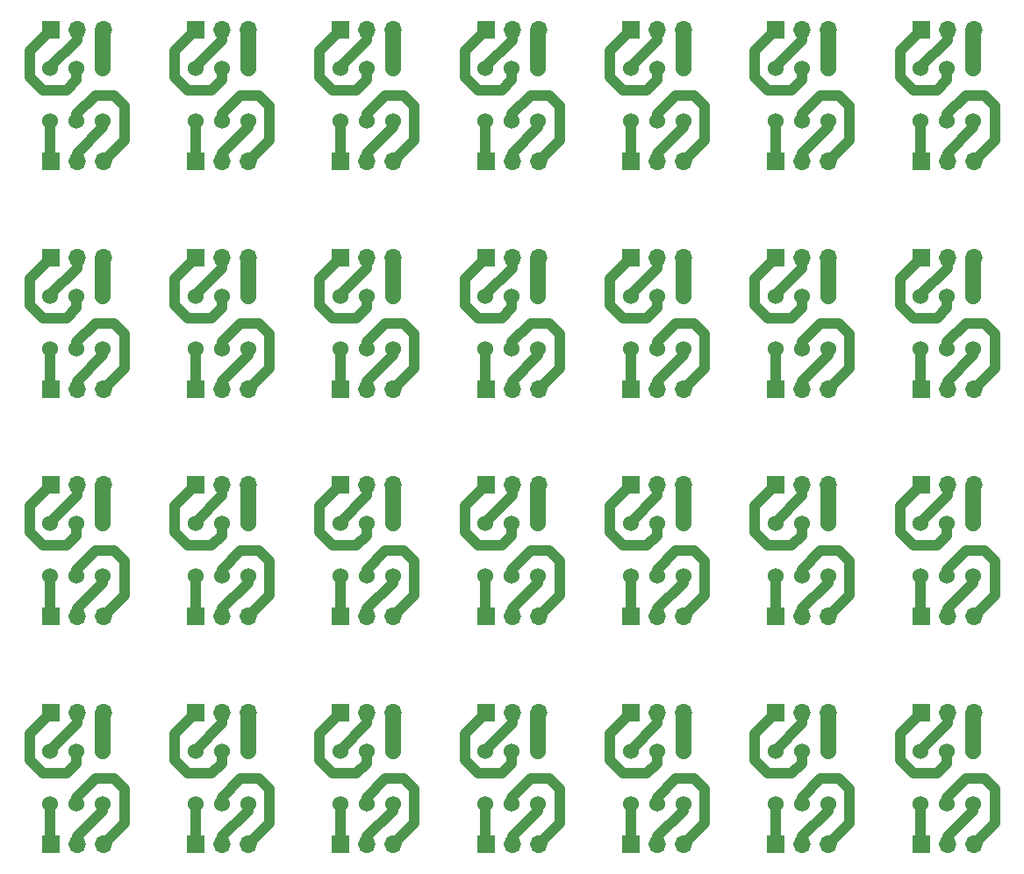
<source format=gbr>
%TF.GenerationSoftware,KiCad,Pcbnew,(6.0.0-0)*%
%TF.CreationDate,2022-11-23T09:42:25-05:00*%
%TF.ProjectId,Breakout_DPDT,42726561-6b6f-4757-945f-445044542e6b,rev?*%
%TF.SameCoordinates,Original*%
%TF.FileFunction,Copper,L1,Top*%
%TF.FilePolarity,Positive*%
%FSLAX46Y46*%
G04 Gerber Fmt 4.6, Leading zero omitted, Abs format (unit mm)*
G04 Created by KiCad (PCBNEW (6.0.0-0)) date 2022-11-23 09:42:25*
%MOMM*%
%LPD*%
G01*
G04 APERTURE LIST*
%TA.AperFunction,ComponentPad*%
%ADD10R,1.700000X1.700000*%
%TD*%
%TA.AperFunction,ComponentPad*%
%ADD11O,1.700000X1.700000*%
%TD*%
%TA.AperFunction,ComponentPad*%
%ADD12C,1.524000*%
%TD*%
%TA.AperFunction,Conductor*%
%ADD13C,1.000000*%
%TD*%
%TA.AperFunction,Conductor*%
%ADD14C,1.500000*%
%TD*%
G04 APERTURE END LIST*
D10*
%TO.P,J2,1,Pin_1*%
%TO.N,Net-(J2-Pad1)*%
X137460000Y-59428000D03*
D11*
%TO.P,J2,2,Pin_2*%
%TO.N,Net-(J2-Pad2)*%
X140000000Y-59428000D03*
%TO.P,J2,3,Pin_3*%
%TO.N,Net-(J2-Pad3)*%
X142540000Y-59428000D03*
%TD*%
D10*
%TO.P,J1,1,Pin_1*%
%TO.N,Net-(J1-Pad1)*%
X137460000Y-112728000D03*
D11*
%TO.P,J1,2,Pin_2*%
%TO.N,Net-(J1-Pad2)*%
X140000000Y-112728000D03*
%TO.P,J1,3,Pin_3*%
%TO.N,Net-(J1-Pad3)*%
X142540000Y-112728000D03*
%TD*%
D12*
%TO.P,SW1,1,A*%
%TO.N,Net-(J2-Pad1)*%
X151420000Y-55539000D03*
%TO.P,SW1,2,B*%
%TO.N,Net-(J2-Pad2)*%
X156500000Y-55539000D03*
%TO.P,SW1,3,C*%
%TO.N,Net-(J2-Pad3)*%
X153960000Y-55539000D03*
%TO.P,SW1,4,A*%
%TO.N,Net-(J1-Pad1)*%
X153960000Y-50459000D03*
%TO.P,SW1,5,B*%
%TO.N,Net-(J1-Pad2)*%
X151420000Y-50459000D03*
%TO.P,SW1,6,C*%
%TO.N,Net-(J1-Pad3)*%
X156500000Y-50459000D03*
%TD*%
%TO.P,SW1,1,A*%
%TO.N,Net-(J2-Pad1)*%
X151420000Y-77539000D03*
%TO.P,SW1,2,B*%
%TO.N,Net-(J2-Pad2)*%
X156500000Y-77539000D03*
%TO.P,SW1,3,C*%
%TO.N,Net-(J2-Pad3)*%
X153960000Y-77539000D03*
%TO.P,SW1,4,A*%
%TO.N,Net-(J1-Pad1)*%
X153960000Y-72459000D03*
%TO.P,SW1,5,B*%
%TO.N,Net-(J1-Pad2)*%
X151420000Y-72459000D03*
%TO.P,SW1,6,C*%
%TO.N,Net-(J1-Pad3)*%
X156500000Y-72459000D03*
%TD*%
D10*
%TO.P,J2,1,Pin_1*%
%TO.N,Net-(J2-Pad1)*%
X151460000Y-103428000D03*
D11*
%TO.P,J2,2,Pin_2*%
%TO.N,Net-(J2-Pad2)*%
X154000000Y-103428000D03*
%TO.P,J2,3,Pin_3*%
%TO.N,Net-(J2-Pad3)*%
X156540000Y-103428000D03*
%TD*%
D12*
%TO.P,SW1,1,A*%
%TO.N,Net-(J2-Pad1)*%
X67420000Y-77539000D03*
%TO.P,SW1,2,B*%
%TO.N,Net-(J2-Pad2)*%
X72500000Y-77539000D03*
%TO.P,SW1,3,C*%
%TO.N,Net-(J2-Pad3)*%
X69960000Y-77539000D03*
%TO.P,SW1,4,A*%
%TO.N,Net-(J1-Pad1)*%
X69960000Y-72459000D03*
%TO.P,SW1,5,B*%
%TO.N,Net-(J1-Pad2)*%
X67420000Y-72459000D03*
%TO.P,SW1,6,C*%
%TO.N,Net-(J1-Pad3)*%
X72500000Y-72459000D03*
%TD*%
D10*
%TO.P,J1,1,Pin_1*%
%TO.N,Net-(J1-Pad1)*%
X137460000Y-90728000D03*
D11*
%TO.P,J1,2,Pin_2*%
%TO.N,Net-(J1-Pad2)*%
X140000000Y-90728000D03*
%TO.P,J1,3,Pin_3*%
%TO.N,Net-(J1-Pad3)*%
X142540000Y-90728000D03*
%TD*%
D12*
%TO.P,SW1,1,A*%
%TO.N,Net-(J2-Pad1)*%
X81420000Y-55539000D03*
%TO.P,SW1,2,B*%
%TO.N,Net-(J2-Pad2)*%
X86500000Y-55539000D03*
%TO.P,SW1,3,C*%
%TO.N,Net-(J2-Pad3)*%
X83960000Y-55539000D03*
%TO.P,SW1,4,A*%
%TO.N,Net-(J1-Pad1)*%
X83960000Y-50459000D03*
%TO.P,SW1,5,B*%
%TO.N,Net-(J1-Pad2)*%
X81420000Y-50459000D03*
%TO.P,SW1,6,C*%
%TO.N,Net-(J1-Pad3)*%
X86500000Y-50459000D03*
%TD*%
D10*
%TO.P,J1,1,Pin_1*%
%TO.N,Net-(J1-Pad1)*%
X95460000Y-112728000D03*
D11*
%TO.P,J1,2,Pin_2*%
%TO.N,Net-(J1-Pad2)*%
X98000000Y-112728000D03*
%TO.P,J1,3,Pin_3*%
%TO.N,Net-(J1-Pad3)*%
X100540000Y-112728000D03*
%TD*%
D10*
%TO.P,J2,1,Pin_1*%
%TO.N,Net-(J2-Pad1)*%
X67460000Y-81428000D03*
D11*
%TO.P,J2,2,Pin_2*%
%TO.N,Net-(J2-Pad2)*%
X70000000Y-81428000D03*
%TO.P,J2,3,Pin_3*%
%TO.N,Net-(J2-Pad3)*%
X72540000Y-81428000D03*
%TD*%
D10*
%TO.P,J1,1,Pin_1*%
%TO.N,Net-(J1-Pad1)*%
X137460000Y-68728000D03*
D11*
%TO.P,J1,2,Pin_2*%
%TO.N,Net-(J1-Pad2)*%
X140000000Y-68728000D03*
%TO.P,J1,3,Pin_3*%
%TO.N,Net-(J1-Pad3)*%
X142540000Y-68728000D03*
%TD*%
D10*
%TO.P,J1,1,Pin_1*%
%TO.N,Net-(J1-Pad1)*%
X109460000Y-90728000D03*
D11*
%TO.P,J1,2,Pin_2*%
%TO.N,Net-(J1-Pad2)*%
X112000000Y-90728000D03*
%TO.P,J1,3,Pin_3*%
%TO.N,Net-(J1-Pad3)*%
X114540000Y-90728000D03*
%TD*%
D10*
%TO.P,J2,1,Pin_1*%
%TO.N,Net-(J2-Pad1)*%
X109460000Y-125428000D03*
D11*
%TO.P,J2,2,Pin_2*%
%TO.N,Net-(J2-Pad2)*%
X112000000Y-125428000D03*
%TO.P,J2,3,Pin_3*%
%TO.N,Net-(J2-Pad3)*%
X114540000Y-125428000D03*
%TD*%
D10*
%TO.P,J2,1,Pin_1*%
%TO.N,Net-(J2-Pad1)*%
X151460000Y-81428000D03*
D11*
%TO.P,J2,2,Pin_2*%
%TO.N,Net-(J2-Pad2)*%
X154000000Y-81428000D03*
%TO.P,J2,3,Pin_3*%
%TO.N,Net-(J2-Pad3)*%
X156540000Y-81428000D03*
%TD*%
D10*
%TO.P,J2,1,Pin_1*%
%TO.N,Net-(J2-Pad1)*%
X95460000Y-103428000D03*
D11*
%TO.P,J2,2,Pin_2*%
%TO.N,Net-(J2-Pad2)*%
X98000000Y-103428000D03*
%TO.P,J2,3,Pin_3*%
%TO.N,Net-(J2-Pad3)*%
X100540000Y-103428000D03*
%TD*%
D12*
%TO.P,SW1,1,A*%
%TO.N,Net-(J2-Pad1)*%
X109420000Y-121539000D03*
%TO.P,SW1,2,B*%
%TO.N,Net-(J2-Pad2)*%
X114500000Y-121539000D03*
%TO.P,SW1,3,C*%
%TO.N,Net-(J2-Pad3)*%
X111960000Y-121539000D03*
%TO.P,SW1,4,A*%
%TO.N,Net-(J1-Pad1)*%
X111960000Y-116459000D03*
%TO.P,SW1,5,B*%
%TO.N,Net-(J1-Pad2)*%
X109420000Y-116459000D03*
%TO.P,SW1,6,C*%
%TO.N,Net-(J1-Pad3)*%
X114500000Y-116459000D03*
%TD*%
D10*
%TO.P,J1,1,Pin_1*%
%TO.N,Net-(J1-Pad1)*%
X67460000Y-46728000D03*
D11*
%TO.P,J1,2,Pin_2*%
%TO.N,Net-(J1-Pad2)*%
X70000000Y-46728000D03*
%TO.P,J1,3,Pin_3*%
%TO.N,Net-(J1-Pad3)*%
X72540000Y-46728000D03*
%TD*%
D10*
%TO.P,J2,1,Pin_1*%
%TO.N,Net-(J2-Pad1)*%
X123460000Y-81428000D03*
D11*
%TO.P,J2,2,Pin_2*%
%TO.N,Net-(J2-Pad2)*%
X126000000Y-81428000D03*
%TO.P,J2,3,Pin_3*%
%TO.N,Net-(J2-Pad3)*%
X128540000Y-81428000D03*
%TD*%
D12*
%TO.P,SW1,1,A*%
%TO.N,Net-(J2-Pad1)*%
X109420000Y-77539000D03*
%TO.P,SW1,2,B*%
%TO.N,Net-(J2-Pad2)*%
X114500000Y-77539000D03*
%TO.P,SW1,3,C*%
%TO.N,Net-(J2-Pad3)*%
X111960000Y-77539000D03*
%TO.P,SW1,4,A*%
%TO.N,Net-(J1-Pad1)*%
X111960000Y-72459000D03*
%TO.P,SW1,5,B*%
%TO.N,Net-(J1-Pad2)*%
X109420000Y-72459000D03*
%TO.P,SW1,6,C*%
%TO.N,Net-(J1-Pad3)*%
X114500000Y-72459000D03*
%TD*%
D10*
%TO.P,J1,1,Pin_1*%
%TO.N,Net-(J1-Pad1)*%
X67460000Y-68728000D03*
D11*
%TO.P,J1,2,Pin_2*%
%TO.N,Net-(J1-Pad2)*%
X70000000Y-68728000D03*
%TO.P,J1,3,Pin_3*%
%TO.N,Net-(J1-Pad3)*%
X72540000Y-68728000D03*
%TD*%
D12*
%TO.P,SW1,1,A*%
%TO.N,Net-(J2-Pad1)*%
X151420000Y-121539000D03*
%TO.P,SW1,2,B*%
%TO.N,Net-(J2-Pad2)*%
X156500000Y-121539000D03*
%TO.P,SW1,3,C*%
%TO.N,Net-(J2-Pad3)*%
X153960000Y-121539000D03*
%TO.P,SW1,4,A*%
%TO.N,Net-(J1-Pad1)*%
X153960000Y-116459000D03*
%TO.P,SW1,5,B*%
%TO.N,Net-(J1-Pad2)*%
X151420000Y-116459000D03*
%TO.P,SW1,6,C*%
%TO.N,Net-(J1-Pad3)*%
X156500000Y-116459000D03*
%TD*%
%TO.P,SW1,1,A*%
%TO.N,Net-(J2-Pad1)*%
X67420000Y-121539000D03*
%TO.P,SW1,2,B*%
%TO.N,Net-(J2-Pad2)*%
X72500000Y-121539000D03*
%TO.P,SW1,3,C*%
%TO.N,Net-(J2-Pad3)*%
X69960000Y-121539000D03*
%TO.P,SW1,4,A*%
%TO.N,Net-(J1-Pad1)*%
X69960000Y-116459000D03*
%TO.P,SW1,5,B*%
%TO.N,Net-(J1-Pad2)*%
X67420000Y-116459000D03*
%TO.P,SW1,6,C*%
%TO.N,Net-(J1-Pad3)*%
X72500000Y-116459000D03*
%TD*%
%TO.P,SW1,1,A*%
%TO.N,Net-(J2-Pad1)*%
X137420000Y-121539000D03*
%TO.P,SW1,2,B*%
%TO.N,Net-(J2-Pad2)*%
X142500000Y-121539000D03*
%TO.P,SW1,3,C*%
%TO.N,Net-(J2-Pad3)*%
X139960000Y-121539000D03*
%TO.P,SW1,4,A*%
%TO.N,Net-(J1-Pad1)*%
X139960000Y-116459000D03*
%TO.P,SW1,5,B*%
%TO.N,Net-(J1-Pad2)*%
X137420000Y-116459000D03*
%TO.P,SW1,6,C*%
%TO.N,Net-(J1-Pad3)*%
X142500000Y-116459000D03*
%TD*%
D10*
%TO.P,J1,1,Pin_1*%
%TO.N,Net-(J1-Pad1)*%
X137460000Y-46728000D03*
D11*
%TO.P,J1,2,Pin_2*%
%TO.N,Net-(J1-Pad2)*%
X140000000Y-46728000D03*
%TO.P,J1,3,Pin_3*%
%TO.N,Net-(J1-Pad3)*%
X142540000Y-46728000D03*
%TD*%
D10*
%TO.P,J1,1,Pin_1*%
%TO.N,Net-(J1-Pad1)*%
X81460000Y-90728000D03*
D11*
%TO.P,J1,2,Pin_2*%
%TO.N,Net-(J1-Pad2)*%
X84000000Y-90728000D03*
%TO.P,J1,3,Pin_3*%
%TO.N,Net-(J1-Pad3)*%
X86540000Y-90728000D03*
%TD*%
D12*
%TO.P,SW1,1,A*%
%TO.N,Net-(J2-Pad1)*%
X95420000Y-77539000D03*
%TO.P,SW1,2,B*%
%TO.N,Net-(J2-Pad2)*%
X100500000Y-77539000D03*
%TO.P,SW1,3,C*%
%TO.N,Net-(J2-Pad3)*%
X97960000Y-77539000D03*
%TO.P,SW1,4,A*%
%TO.N,Net-(J1-Pad1)*%
X97960000Y-72459000D03*
%TO.P,SW1,5,B*%
%TO.N,Net-(J1-Pad2)*%
X95420000Y-72459000D03*
%TO.P,SW1,6,C*%
%TO.N,Net-(J1-Pad3)*%
X100500000Y-72459000D03*
%TD*%
%TO.P,SW1,1,A*%
%TO.N,Net-(J2-Pad1)*%
X95420000Y-55539000D03*
%TO.P,SW1,2,B*%
%TO.N,Net-(J2-Pad2)*%
X100500000Y-55539000D03*
%TO.P,SW1,3,C*%
%TO.N,Net-(J2-Pad3)*%
X97960000Y-55539000D03*
%TO.P,SW1,4,A*%
%TO.N,Net-(J1-Pad1)*%
X97960000Y-50459000D03*
%TO.P,SW1,5,B*%
%TO.N,Net-(J1-Pad2)*%
X95420000Y-50459000D03*
%TO.P,SW1,6,C*%
%TO.N,Net-(J1-Pad3)*%
X100500000Y-50459000D03*
%TD*%
%TO.P,SW1,1,A*%
%TO.N,Net-(J2-Pad1)*%
X81420000Y-121539000D03*
%TO.P,SW1,2,B*%
%TO.N,Net-(J2-Pad2)*%
X86500000Y-121539000D03*
%TO.P,SW1,3,C*%
%TO.N,Net-(J2-Pad3)*%
X83960000Y-121539000D03*
%TO.P,SW1,4,A*%
%TO.N,Net-(J1-Pad1)*%
X83960000Y-116459000D03*
%TO.P,SW1,5,B*%
%TO.N,Net-(J1-Pad2)*%
X81420000Y-116459000D03*
%TO.P,SW1,6,C*%
%TO.N,Net-(J1-Pad3)*%
X86500000Y-116459000D03*
%TD*%
D10*
%TO.P,J1,1,Pin_1*%
%TO.N,Net-(J1-Pad1)*%
X151460000Y-68728000D03*
D11*
%TO.P,J1,2,Pin_2*%
%TO.N,Net-(J1-Pad2)*%
X154000000Y-68728000D03*
%TO.P,J1,3,Pin_3*%
%TO.N,Net-(J1-Pad3)*%
X156540000Y-68728000D03*
%TD*%
D10*
%TO.P,J2,1,Pin_1*%
%TO.N,Net-(J2-Pad1)*%
X123460000Y-59428000D03*
D11*
%TO.P,J2,2,Pin_2*%
%TO.N,Net-(J2-Pad2)*%
X126000000Y-59428000D03*
%TO.P,J2,3,Pin_3*%
%TO.N,Net-(J2-Pad3)*%
X128540000Y-59428000D03*
%TD*%
D12*
%TO.P,SW1,1,A*%
%TO.N,Net-(J2-Pad1)*%
X67420000Y-55539000D03*
%TO.P,SW1,2,B*%
%TO.N,Net-(J2-Pad2)*%
X72500000Y-55539000D03*
%TO.P,SW1,3,C*%
%TO.N,Net-(J2-Pad3)*%
X69960000Y-55539000D03*
%TO.P,SW1,4,A*%
%TO.N,Net-(J1-Pad1)*%
X69960000Y-50459000D03*
%TO.P,SW1,5,B*%
%TO.N,Net-(J1-Pad2)*%
X67420000Y-50459000D03*
%TO.P,SW1,6,C*%
%TO.N,Net-(J1-Pad3)*%
X72500000Y-50459000D03*
%TD*%
D10*
%TO.P,J2,1,Pin_1*%
%TO.N,Net-(J2-Pad1)*%
X109460000Y-81428000D03*
D11*
%TO.P,J2,2,Pin_2*%
%TO.N,Net-(J2-Pad2)*%
X112000000Y-81428000D03*
%TO.P,J2,3,Pin_3*%
%TO.N,Net-(J2-Pad3)*%
X114540000Y-81428000D03*
%TD*%
D10*
%TO.P,J1,1,Pin_1*%
%TO.N,Net-(J1-Pad1)*%
X95460000Y-68728000D03*
D11*
%TO.P,J1,2,Pin_2*%
%TO.N,Net-(J1-Pad2)*%
X98000000Y-68728000D03*
%TO.P,J1,3,Pin_3*%
%TO.N,Net-(J1-Pad3)*%
X100540000Y-68728000D03*
%TD*%
D12*
%TO.P,SW1,1,A*%
%TO.N,Net-(J2-Pad1)*%
X123420000Y-121539000D03*
%TO.P,SW1,2,B*%
%TO.N,Net-(J2-Pad2)*%
X128500000Y-121539000D03*
%TO.P,SW1,3,C*%
%TO.N,Net-(J2-Pad3)*%
X125960000Y-121539000D03*
%TO.P,SW1,4,A*%
%TO.N,Net-(J1-Pad1)*%
X125960000Y-116459000D03*
%TO.P,SW1,5,B*%
%TO.N,Net-(J1-Pad2)*%
X123420000Y-116459000D03*
%TO.P,SW1,6,C*%
%TO.N,Net-(J1-Pad3)*%
X128500000Y-116459000D03*
%TD*%
D10*
%TO.P,J1,1,Pin_1*%
%TO.N,Net-(J1-Pad1)*%
X67460000Y-90728000D03*
D11*
%TO.P,J1,2,Pin_2*%
%TO.N,Net-(J1-Pad2)*%
X70000000Y-90728000D03*
%TO.P,J1,3,Pin_3*%
%TO.N,Net-(J1-Pad3)*%
X72540000Y-90728000D03*
%TD*%
D10*
%TO.P,J2,1,Pin_1*%
%TO.N,Net-(J2-Pad1)*%
X67460000Y-59428000D03*
D11*
%TO.P,J2,2,Pin_2*%
%TO.N,Net-(J2-Pad2)*%
X70000000Y-59428000D03*
%TO.P,J2,3,Pin_3*%
%TO.N,Net-(J2-Pad3)*%
X72540000Y-59428000D03*
%TD*%
D10*
%TO.P,J1,1,Pin_1*%
%TO.N,Net-(J1-Pad1)*%
X95460000Y-46728000D03*
D11*
%TO.P,J1,2,Pin_2*%
%TO.N,Net-(J1-Pad2)*%
X98000000Y-46728000D03*
%TO.P,J1,3,Pin_3*%
%TO.N,Net-(J1-Pad3)*%
X100540000Y-46728000D03*
%TD*%
D12*
%TO.P,SW1,1,A*%
%TO.N,Net-(J2-Pad1)*%
X137420000Y-55539000D03*
%TO.P,SW1,2,B*%
%TO.N,Net-(J2-Pad2)*%
X142500000Y-55539000D03*
%TO.P,SW1,3,C*%
%TO.N,Net-(J2-Pad3)*%
X139960000Y-55539000D03*
%TO.P,SW1,4,A*%
%TO.N,Net-(J1-Pad1)*%
X139960000Y-50459000D03*
%TO.P,SW1,5,B*%
%TO.N,Net-(J1-Pad2)*%
X137420000Y-50459000D03*
%TO.P,SW1,6,C*%
%TO.N,Net-(J1-Pad3)*%
X142500000Y-50459000D03*
%TD*%
%TO.P,SW1,1,A*%
%TO.N,Net-(J2-Pad1)*%
X67420000Y-99539000D03*
%TO.P,SW1,2,B*%
%TO.N,Net-(J2-Pad2)*%
X72500000Y-99539000D03*
%TO.P,SW1,3,C*%
%TO.N,Net-(J2-Pad3)*%
X69960000Y-99539000D03*
%TO.P,SW1,4,A*%
%TO.N,Net-(J1-Pad1)*%
X69960000Y-94459000D03*
%TO.P,SW1,5,B*%
%TO.N,Net-(J1-Pad2)*%
X67420000Y-94459000D03*
%TO.P,SW1,6,C*%
%TO.N,Net-(J1-Pad3)*%
X72500000Y-94459000D03*
%TD*%
D10*
%TO.P,J2,1,Pin_1*%
%TO.N,Net-(J2-Pad1)*%
X151460000Y-59428000D03*
D11*
%TO.P,J2,2,Pin_2*%
%TO.N,Net-(J2-Pad2)*%
X154000000Y-59428000D03*
%TO.P,J2,3,Pin_3*%
%TO.N,Net-(J2-Pad3)*%
X156540000Y-59428000D03*
%TD*%
D12*
%TO.P,SW1,1,A*%
%TO.N,Net-(J2-Pad1)*%
X81420000Y-77539000D03*
%TO.P,SW1,2,B*%
%TO.N,Net-(J2-Pad2)*%
X86500000Y-77539000D03*
%TO.P,SW1,3,C*%
%TO.N,Net-(J2-Pad3)*%
X83960000Y-77539000D03*
%TO.P,SW1,4,A*%
%TO.N,Net-(J1-Pad1)*%
X83960000Y-72459000D03*
%TO.P,SW1,5,B*%
%TO.N,Net-(J1-Pad2)*%
X81420000Y-72459000D03*
%TO.P,SW1,6,C*%
%TO.N,Net-(J1-Pad3)*%
X86500000Y-72459000D03*
%TD*%
D10*
%TO.P,J1,1,Pin_1*%
%TO.N,Net-(J1-Pad1)*%
X109460000Y-68728000D03*
D11*
%TO.P,J1,2,Pin_2*%
%TO.N,Net-(J1-Pad2)*%
X112000000Y-68728000D03*
%TO.P,J1,3,Pin_3*%
%TO.N,Net-(J1-Pad3)*%
X114540000Y-68728000D03*
%TD*%
D10*
%TO.P,J1,1,Pin_1*%
%TO.N,Net-(J1-Pad1)*%
X95460000Y-90728000D03*
D11*
%TO.P,J1,2,Pin_2*%
%TO.N,Net-(J1-Pad2)*%
X98000000Y-90728000D03*
%TO.P,J1,3,Pin_3*%
%TO.N,Net-(J1-Pad3)*%
X100540000Y-90728000D03*
%TD*%
D10*
%TO.P,J2,1,Pin_1*%
%TO.N,Net-(J2-Pad1)*%
X109460000Y-59428000D03*
D11*
%TO.P,J2,2,Pin_2*%
%TO.N,Net-(J2-Pad2)*%
X112000000Y-59428000D03*
%TO.P,J2,3,Pin_3*%
%TO.N,Net-(J2-Pad3)*%
X114540000Y-59428000D03*
%TD*%
D12*
%TO.P,SW1,1,A*%
%TO.N,Net-(J2-Pad1)*%
X109420000Y-55539000D03*
%TO.P,SW1,2,B*%
%TO.N,Net-(J2-Pad2)*%
X114500000Y-55539000D03*
%TO.P,SW1,3,C*%
%TO.N,Net-(J2-Pad3)*%
X111960000Y-55539000D03*
%TO.P,SW1,4,A*%
%TO.N,Net-(J1-Pad1)*%
X111960000Y-50459000D03*
%TO.P,SW1,5,B*%
%TO.N,Net-(J1-Pad2)*%
X109420000Y-50459000D03*
%TO.P,SW1,6,C*%
%TO.N,Net-(J1-Pad3)*%
X114500000Y-50459000D03*
%TD*%
%TO.P,SW1,1,A*%
%TO.N,Net-(J2-Pad1)*%
X123420000Y-77539000D03*
%TO.P,SW1,2,B*%
%TO.N,Net-(J2-Pad2)*%
X128500000Y-77539000D03*
%TO.P,SW1,3,C*%
%TO.N,Net-(J2-Pad3)*%
X125960000Y-77539000D03*
%TO.P,SW1,4,A*%
%TO.N,Net-(J1-Pad1)*%
X125960000Y-72459000D03*
%TO.P,SW1,5,B*%
%TO.N,Net-(J1-Pad2)*%
X123420000Y-72459000D03*
%TO.P,SW1,6,C*%
%TO.N,Net-(J1-Pad3)*%
X128500000Y-72459000D03*
%TD*%
D10*
%TO.P,J1,1,Pin_1*%
%TO.N,Net-(J1-Pad1)*%
X151460000Y-112728000D03*
D11*
%TO.P,J1,2,Pin_2*%
%TO.N,Net-(J1-Pad2)*%
X154000000Y-112728000D03*
%TO.P,J1,3,Pin_3*%
%TO.N,Net-(J1-Pad3)*%
X156540000Y-112728000D03*
%TD*%
D10*
%TO.P,J1,1,Pin_1*%
%TO.N,Net-(J1-Pad1)*%
X123460000Y-68728000D03*
D11*
%TO.P,J1,2,Pin_2*%
%TO.N,Net-(J1-Pad2)*%
X126000000Y-68728000D03*
%TO.P,J1,3,Pin_3*%
%TO.N,Net-(J1-Pad3)*%
X128540000Y-68728000D03*
%TD*%
D12*
%TO.P,SW1,1,A*%
%TO.N,Net-(J2-Pad1)*%
X151420000Y-99539000D03*
%TO.P,SW1,2,B*%
%TO.N,Net-(J2-Pad2)*%
X156500000Y-99539000D03*
%TO.P,SW1,3,C*%
%TO.N,Net-(J2-Pad3)*%
X153960000Y-99539000D03*
%TO.P,SW1,4,A*%
%TO.N,Net-(J1-Pad1)*%
X153960000Y-94459000D03*
%TO.P,SW1,5,B*%
%TO.N,Net-(J1-Pad2)*%
X151420000Y-94459000D03*
%TO.P,SW1,6,C*%
%TO.N,Net-(J1-Pad3)*%
X156500000Y-94459000D03*
%TD*%
D10*
%TO.P,J2,1,Pin_1*%
%TO.N,Net-(J2-Pad1)*%
X123460000Y-103428000D03*
D11*
%TO.P,J2,2,Pin_2*%
%TO.N,Net-(J2-Pad2)*%
X126000000Y-103428000D03*
%TO.P,J2,3,Pin_3*%
%TO.N,Net-(J2-Pad3)*%
X128540000Y-103428000D03*
%TD*%
D10*
%TO.P,J2,1,Pin_1*%
%TO.N,Net-(J2-Pad1)*%
X137460000Y-81428000D03*
D11*
%TO.P,J2,2,Pin_2*%
%TO.N,Net-(J2-Pad2)*%
X140000000Y-81428000D03*
%TO.P,J2,3,Pin_3*%
%TO.N,Net-(J2-Pad3)*%
X142540000Y-81428000D03*
%TD*%
D10*
%TO.P,J2,1,Pin_1*%
%TO.N,Net-(J2-Pad1)*%
X81460000Y-59428000D03*
D11*
%TO.P,J2,2,Pin_2*%
%TO.N,Net-(J2-Pad2)*%
X84000000Y-59428000D03*
%TO.P,J2,3,Pin_3*%
%TO.N,Net-(J2-Pad3)*%
X86540000Y-59428000D03*
%TD*%
D12*
%TO.P,SW1,1,A*%
%TO.N,Net-(J2-Pad1)*%
X137420000Y-99539000D03*
%TO.P,SW1,2,B*%
%TO.N,Net-(J2-Pad2)*%
X142500000Y-99539000D03*
%TO.P,SW1,3,C*%
%TO.N,Net-(J2-Pad3)*%
X139960000Y-99539000D03*
%TO.P,SW1,4,A*%
%TO.N,Net-(J1-Pad1)*%
X139960000Y-94459000D03*
%TO.P,SW1,5,B*%
%TO.N,Net-(J1-Pad2)*%
X137420000Y-94459000D03*
%TO.P,SW1,6,C*%
%TO.N,Net-(J1-Pad3)*%
X142500000Y-94459000D03*
%TD*%
D10*
%TO.P,J1,1,Pin_1*%
%TO.N,Net-(J1-Pad1)*%
X123460000Y-46728000D03*
D11*
%TO.P,J1,2,Pin_2*%
%TO.N,Net-(J1-Pad2)*%
X126000000Y-46728000D03*
%TO.P,J1,3,Pin_3*%
%TO.N,Net-(J1-Pad3)*%
X128540000Y-46728000D03*
%TD*%
D10*
%TO.P,J2,1,Pin_1*%
%TO.N,Net-(J2-Pad1)*%
X95460000Y-59428000D03*
D11*
%TO.P,J2,2,Pin_2*%
%TO.N,Net-(J2-Pad2)*%
X98000000Y-59428000D03*
%TO.P,J2,3,Pin_3*%
%TO.N,Net-(J2-Pad3)*%
X100540000Y-59428000D03*
%TD*%
D10*
%TO.P,J1,1,Pin_1*%
%TO.N,Net-(J1-Pad1)*%
X151460000Y-90728000D03*
D11*
%TO.P,J1,2,Pin_2*%
%TO.N,Net-(J1-Pad2)*%
X154000000Y-90728000D03*
%TO.P,J1,3,Pin_3*%
%TO.N,Net-(J1-Pad3)*%
X156540000Y-90728000D03*
%TD*%
D10*
%TO.P,J2,1,Pin_1*%
%TO.N,Net-(J2-Pad1)*%
X67460000Y-103428000D03*
D11*
%TO.P,J2,2,Pin_2*%
%TO.N,Net-(J2-Pad2)*%
X70000000Y-103428000D03*
%TO.P,J2,3,Pin_3*%
%TO.N,Net-(J2-Pad3)*%
X72540000Y-103428000D03*
%TD*%
D10*
%TO.P,J1,1,Pin_1*%
%TO.N,Net-(J1-Pad1)*%
X123460000Y-90728000D03*
D11*
%TO.P,J1,2,Pin_2*%
%TO.N,Net-(J1-Pad2)*%
X126000000Y-90728000D03*
%TO.P,J1,3,Pin_3*%
%TO.N,Net-(J1-Pad3)*%
X128540000Y-90728000D03*
%TD*%
D12*
%TO.P,SW1,1,A*%
%TO.N,Net-(J2-Pad1)*%
X95420000Y-121539000D03*
%TO.P,SW1,2,B*%
%TO.N,Net-(J2-Pad2)*%
X100500000Y-121539000D03*
%TO.P,SW1,3,C*%
%TO.N,Net-(J2-Pad3)*%
X97960000Y-121539000D03*
%TO.P,SW1,4,A*%
%TO.N,Net-(J1-Pad1)*%
X97960000Y-116459000D03*
%TO.P,SW1,5,B*%
%TO.N,Net-(J1-Pad2)*%
X95420000Y-116459000D03*
%TO.P,SW1,6,C*%
%TO.N,Net-(J1-Pad3)*%
X100500000Y-116459000D03*
%TD*%
D10*
%TO.P,J2,1,Pin_1*%
%TO.N,Net-(J2-Pad1)*%
X137460000Y-103428000D03*
D11*
%TO.P,J2,2,Pin_2*%
%TO.N,Net-(J2-Pad2)*%
X140000000Y-103428000D03*
%TO.P,J2,3,Pin_3*%
%TO.N,Net-(J2-Pad3)*%
X142540000Y-103428000D03*
%TD*%
D10*
%TO.P,J1,1,Pin_1*%
%TO.N,Net-(J1-Pad1)*%
X123460000Y-112728000D03*
D11*
%TO.P,J1,2,Pin_2*%
%TO.N,Net-(J1-Pad2)*%
X126000000Y-112728000D03*
%TO.P,J1,3,Pin_3*%
%TO.N,Net-(J1-Pad3)*%
X128540000Y-112728000D03*
%TD*%
D10*
%TO.P,J1,1,Pin_1*%
%TO.N,Net-(J1-Pad1)*%
X81460000Y-68728000D03*
D11*
%TO.P,J1,2,Pin_2*%
%TO.N,Net-(J1-Pad2)*%
X84000000Y-68728000D03*
%TO.P,J1,3,Pin_3*%
%TO.N,Net-(J1-Pad3)*%
X86540000Y-68728000D03*
%TD*%
D10*
%TO.P,J1,1,Pin_1*%
%TO.N,Net-(J1-Pad1)*%
X109460000Y-46728000D03*
D11*
%TO.P,J1,2,Pin_2*%
%TO.N,Net-(J1-Pad2)*%
X112000000Y-46728000D03*
%TO.P,J1,3,Pin_3*%
%TO.N,Net-(J1-Pad3)*%
X114540000Y-46728000D03*
%TD*%
D10*
%TO.P,J2,1,Pin_1*%
%TO.N,Net-(J2-Pad1)*%
X151460000Y-125428000D03*
D11*
%TO.P,J2,2,Pin_2*%
%TO.N,Net-(J2-Pad2)*%
X154000000Y-125428000D03*
%TO.P,J2,3,Pin_3*%
%TO.N,Net-(J2-Pad3)*%
X156540000Y-125428000D03*
%TD*%
D10*
%TO.P,J2,1,Pin_1*%
%TO.N,Net-(J2-Pad1)*%
X137460000Y-125428000D03*
D11*
%TO.P,J2,2,Pin_2*%
%TO.N,Net-(J2-Pad2)*%
X140000000Y-125428000D03*
%TO.P,J2,3,Pin_3*%
%TO.N,Net-(J2-Pad3)*%
X142540000Y-125428000D03*
%TD*%
D10*
%TO.P,J1,1,Pin_1*%
%TO.N,Net-(J1-Pad1)*%
X67460000Y-112728000D03*
D11*
%TO.P,J1,2,Pin_2*%
%TO.N,Net-(J1-Pad2)*%
X70000000Y-112728000D03*
%TO.P,J1,3,Pin_3*%
%TO.N,Net-(J1-Pad3)*%
X72540000Y-112728000D03*
%TD*%
D12*
%TO.P,SW1,1,A*%
%TO.N,Net-(J2-Pad1)*%
X95420000Y-99539000D03*
%TO.P,SW1,2,B*%
%TO.N,Net-(J2-Pad2)*%
X100500000Y-99539000D03*
%TO.P,SW1,3,C*%
%TO.N,Net-(J2-Pad3)*%
X97960000Y-99539000D03*
%TO.P,SW1,4,A*%
%TO.N,Net-(J1-Pad1)*%
X97960000Y-94459000D03*
%TO.P,SW1,5,B*%
%TO.N,Net-(J1-Pad2)*%
X95420000Y-94459000D03*
%TO.P,SW1,6,C*%
%TO.N,Net-(J1-Pad3)*%
X100500000Y-94459000D03*
%TD*%
D10*
%TO.P,J2,1,Pin_1*%
%TO.N,Net-(J2-Pad1)*%
X95460000Y-81428000D03*
D11*
%TO.P,J2,2,Pin_2*%
%TO.N,Net-(J2-Pad2)*%
X98000000Y-81428000D03*
%TO.P,J2,3,Pin_3*%
%TO.N,Net-(J2-Pad3)*%
X100540000Y-81428000D03*
%TD*%
D12*
%TO.P,SW1,1,A*%
%TO.N,Net-(J2-Pad1)*%
X81420000Y-99539000D03*
%TO.P,SW1,2,B*%
%TO.N,Net-(J2-Pad2)*%
X86500000Y-99539000D03*
%TO.P,SW1,3,C*%
%TO.N,Net-(J2-Pad3)*%
X83960000Y-99539000D03*
%TO.P,SW1,4,A*%
%TO.N,Net-(J1-Pad1)*%
X83960000Y-94459000D03*
%TO.P,SW1,5,B*%
%TO.N,Net-(J1-Pad2)*%
X81420000Y-94459000D03*
%TO.P,SW1,6,C*%
%TO.N,Net-(J1-Pad3)*%
X86500000Y-94459000D03*
%TD*%
D10*
%TO.P,J2,1,Pin_1*%
%TO.N,Net-(J2-Pad1)*%
X123460000Y-125428000D03*
D11*
%TO.P,J2,2,Pin_2*%
%TO.N,Net-(J2-Pad2)*%
X126000000Y-125428000D03*
%TO.P,J2,3,Pin_3*%
%TO.N,Net-(J2-Pad3)*%
X128540000Y-125428000D03*
%TD*%
D10*
%TO.P,J1,1,Pin_1*%
%TO.N,Net-(J1-Pad1)*%
X151460000Y-46728000D03*
D11*
%TO.P,J1,2,Pin_2*%
%TO.N,Net-(J1-Pad2)*%
X154000000Y-46728000D03*
%TO.P,J1,3,Pin_3*%
%TO.N,Net-(J1-Pad3)*%
X156540000Y-46728000D03*
%TD*%
D12*
%TO.P,SW1,1,A*%
%TO.N,Net-(J2-Pad1)*%
X123420000Y-55539000D03*
%TO.P,SW1,2,B*%
%TO.N,Net-(J2-Pad2)*%
X128500000Y-55539000D03*
%TO.P,SW1,3,C*%
%TO.N,Net-(J2-Pad3)*%
X125960000Y-55539000D03*
%TO.P,SW1,4,A*%
%TO.N,Net-(J1-Pad1)*%
X125960000Y-50459000D03*
%TO.P,SW1,5,B*%
%TO.N,Net-(J1-Pad2)*%
X123420000Y-50459000D03*
%TO.P,SW1,6,C*%
%TO.N,Net-(J1-Pad3)*%
X128500000Y-50459000D03*
%TD*%
%TO.P,SW1,1,A*%
%TO.N,Net-(J2-Pad1)*%
X123420000Y-99539000D03*
%TO.P,SW1,2,B*%
%TO.N,Net-(J2-Pad2)*%
X128500000Y-99539000D03*
%TO.P,SW1,3,C*%
%TO.N,Net-(J2-Pad3)*%
X125960000Y-99539000D03*
%TO.P,SW1,4,A*%
%TO.N,Net-(J1-Pad1)*%
X125960000Y-94459000D03*
%TO.P,SW1,5,B*%
%TO.N,Net-(J1-Pad2)*%
X123420000Y-94459000D03*
%TO.P,SW1,6,C*%
%TO.N,Net-(J1-Pad3)*%
X128500000Y-94459000D03*
%TD*%
D10*
%TO.P,J2,1,Pin_1*%
%TO.N,Net-(J2-Pad1)*%
X81460000Y-81428000D03*
D11*
%TO.P,J2,2,Pin_2*%
%TO.N,Net-(J2-Pad2)*%
X84000000Y-81428000D03*
%TO.P,J2,3,Pin_3*%
%TO.N,Net-(J2-Pad3)*%
X86540000Y-81428000D03*
%TD*%
D10*
%TO.P,J1,1,Pin_1*%
%TO.N,Net-(J1-Pad1)*%
X109460000Y-112728000D03*
D11*
%TO.P,J1,2,Pin_2*%
%TO.N,Net-(J1-Pad2)*%
X112000000Y-112728000D03*
%TO.P,J1,3,Pin_3*%
%TO.N,Net-(J1-Pad3)*%
X114540000Y-112728000D03*
%TD*%
D10*
%TO.P,J2,1,Pin_1*%
%TO.N,Net-(J2-Pad1)*%
X67460000Y-125428000D03*
D11*
%TO.P,J2,2,Pin_2*%
%TO.N,Net-(J2-Pad2)*%
X70000000Y-125428000D03*
%TO.P,J2,3,Pin_3*%
%TO.N,Net-(J2-Pad3)*%
X72540000Y-125428000D03*
%TD*%
D10*
%TO.P,J1,1,Pin_1*%
%TO.N,Net-(J1-Pad1)*%
X81460000Y-46728000D03*
D11*
%TO.P,J1,2,Pin_2*%
%TO.N,Net-(J1-Pad2)*%
X84000000Y-46728000D03*
%TO.P,J1,3,Pin_3*%
%TO.N,Net-(J1-Pad3)*%
X86540000Y-46728000D03*
%TD*%
D10*
%TO.P,J1,1,Pin_1*%
%TO.N,Net-(J1-Pad1)*%
X81460000Y-112728000D03*
D11*
%TO.P,J1,2,Pin_2*%
%TO.N,Net-(J1-Pad2)*%
X84000000Y-112728000D03*
%TO.P,J1,3,Pin_3*%
%TO.N,Net-(J1-Pad3)*%
X86540000Y-112728000D03*
%TD*%
D12*
%TO.P,SW1,1,A*%
%TO.N,Net-(J2-Pad1)*%
X137420000Y-77539000D03*
%TO.P,SW1,2,B*%
%TO.N,Net-(J2-Pad2)*%
X142500000Y-77539000D03*
%TO.P,SW1,3,C*%
%TO.N,Net-(J2-Pad3)*%
X139960000Y-77539000D03*
%TO.P,SW1,4,A*%
%TO.N,Net-(J1-Pad1)*%
X139960000Y-72459000D03*
%TO.P,SW1,5,B*%
%TO.N,Net-(J1-Pad2)*%
X137420000Y-72459000D03*
%TO.P,SW1,6,C*%
%TO.N,Net-(J1-Pad3)*%
X142500000Y-72459000D03*
%TD*%
%TO.P,SW1,1,A*%
%TO.N,Net-(J2-Pad1)*%
X109420000Y-99539000D03*
%TO.P,SW1,2,B*%
%TO.N,Net-(J2-Pad2)*%
X114500000Y-99539000D03*
%TO.P,SW1,3,C*%
%TO.N,Net-(J2-Pad3)*%
X111960000Y-99539000D03*
%TO.P,SW1,4,A*%
%TO.N,Net-(J1-Pad1)*%
X111960000Y-94459000D03*
%TO.P,SW1,5,B*%
%TO.N,Net-(J1-Pad2)*%
X109420000Y-94459000D03*
%TO.P,SW1,6,C*%
%TO.N,Net-(J1-Pad3)*%
X114500000Y-94459000D03*
%TD*%
D10*
%TO.P,J2,1,Pin_1*%
%TO.N,Net-(J2-Pad1)*%
X81460000Y-103428000D03*
D11*
%TO.P,J2,2,Pin_2*%
%TO.N,Net-(J2-Pad2)*%
X84000000Y-103428000D03*
%TO.P,J2,3,Pin_3*%
%TO.N,Net-(J2-Pad3)*%
X86540000Y-103428000D03*
%TD*%
D10*
%TO.P,J2,1,Pin_1*%
%TO.N,Net-(J2-Pad1)*%
X81460000Y-125428000D03*
D11*
%TO.P,J2,2,Pin_2*%
%TO.N,Net-(J2-Pad2)*%
X84000000Y-125428000D03*
%TO.P,J2,3,Pin_3*%
%TO.N,Net-(J2-Pad3)*%
X86540000Y-125428000D03*
%TD*%
D10*
%TO.P,J2,1,Pin_1*%
%TO.N,Net-(J2-Pad1)*%
X95460000Y-125428000D03*
D11*
%TO.P,J2,2,Pin_2*%
%TO.N,Net-(J2-Pad2)*%
X98000000Y-125428000D03*
%TO.P,J2,3,Pin_3*%
%TO.N,Net-(J2-Pad3)*%
X100540000Y-125428000D03*
%TD*%
D10*
%TO.P,J2,1,Pin_1*%
%TO.N,Net-(J2-Pad1)*%
X109460000Y-103428000D03*
D11*
%TO.P,J2,2,Pin_2*%
%TO.N,Net-(J2-Pad2)*%
X112000000Y-103428000D03*
%TO.P,J2,3,Pin_3*%
%TO.N,Net-(J2-Pad3)*%
X114540000Y-103428000D03*
%TD*%
D13*
%TO.N,Net-(J1-Pad1)*%
X95460000Y-46728000D02*
X93428000Y-48760000D01*
X124984000Y-118570000D02*
X125960000Y-117594000D01*
X109460000Y-112728000D02*
X107428000Y-114760000D01*
X149428000Y-92760000D02*
X149428000Y-95300000D01*
X136698000Y-74570000D02*
X138984000Y-74570000D01*
X110984000Y-96570000D02*
X111960000Y-95594000D01*
X79428000Y-92760000D02*
X79428000Y-95300000D01*
X125960000Y-73594000D02*
X125960000Y-72459000D01*
X121428000Y-117300000D02*
X122698000Y-118570000D01*
X65428000Y-95300000D02*
X66698000Y-96570000D01*
X149428000Y-95300000D02*
X150698000Y-96570000D01*
X81460000Y-68728000D02*
X79428000Y-70760000D01*
X97960000Y-117594000D02*
X97960000Y-116459000D01*
X65428000Y-114760000D02*
X65428000Y-117300000D01*
X109460000Y-68728000D02*
X107428000Y-70760000D01*
X138984000Y-118570000D02*
X139960000Y-117594000D01*
X150698000Y-74570000D02*
X152984000Y-74570000D01*
X69960000Y-117594000D02*
X69960000Y-116459000D01*
X108698000Y-52570000D02*
X110984000Y-52570000D01*
X150698000Y-52570000D02*
X152984000Y-52570000D01*
X136698000Y-96570000D02*
X138984000Y-96570000D01*
X93428000Y-70760000D02*
X93428000Y-73300000D01*
X107428000Y-73300000D02*
X108698000Y-74570000D01*
X67460000Y-112728000D02*
X65428000Y-114760000D01*
X135428000Y-114760000D02*
X135428000Y-117300000D01*
X80698000Y-74570000D02*
X82984000Y-74570000D01*
X97960000Y-51594000D02*
X97960000Y-50459000D01*
X110984000Y-74570000D02*
X111960000Y-73594000D01*
X137460000Y-68728000D02*
X135428000Y-70760000D01*
X83960000Y-51594000D02*
X83960000Y-50459000D01*
X109460000Y-46728000D02*
X107428000Y-48760000D01*
X111960000Y-117594000D02*
X111960000Y-116459000D01*
X79428000Y-114760000D02*
X79428000Y-117300000D01*
X153960000Y-95594000D02*
X153960000Y-94459000D01*
X79428000Y-48760000D02*
X79428000Y-51300000D01*
X95460000Y-112728000D02*
X93428000Y-114760000D01*
X137460000Y-90728000D02*
X135428000Y-92760000D01*
X94698000Y-118570000D02*
X96984000Y-118570000D01*
X137460000Y-46728000D02*
X135428000Y-48760000D01*
X150698000Y-96570000D02*
X152984000Y-96570000D01*
X121428000Y-73300000D02*
X122698000Y-74570000D01*
X65428000Y-48760000D02*
X65428000Y-51300000D01*
X69960000Y-73594000D02*
X69960000Y-72459000D01*
X67460000Y-68728000D02*
X65428000Y-70760000D01*
X122698000Y-52570000D02*
X124984000Y-52570000D01*
X151460000Y-68728000D02*
X149428000Y-70760000D01*
X121428000Y-92760000D02*
X121428000Y-95300000D01*
X93428000Y-117300000D02*
X94698000Y-118570000D01*
X79428000Y-117300000D02*
X80698000Y-118570000D01*
X66698000Y-118570000D02*
X68984000Y-118570000D01*
X122698000Y-96570000D02*
X124984000Y-96570000D01*
X108698000Y-96570000D02*
X110984000Y-96570000D01*
X80698000Y-52570000D02*
X82984000Y-52570000D01*
X80698000Y-118570000D02*
X82984000Y-118570000D01*
X149428000Y-70760000D02*
X149428000Y-73300000D01*
X97960000Y-73594000D02*
X97960000Y-72459000D01*
X79428000Y-73300000D02*
X80698000Y-74570000D01*
X93428000Y-73300000D02*
X94698000Y-74570000D01*
X96984000Y-118570000D02*
X97960000Y-117594000D01*
X135428000Y-95300000D02*
X136698000Y-96570000D01*
X135428000Y-70760000D02*
X135428000Y-73300000D01*
X69960000Y-51594000D02*
X69960000Y-50459000D01*
X82984000Y-52570000D02*
X83960000Y-51594000D01*
X123460000Y-46728000D02*
X121428000Y-48760000D01*
X149428000Y-51300000D02*
X150698000Y-52570000D01*
X110984000Y-52570000D02*
X111960000Y-51594000D01*
X107428000Y-117300000D02*
X108698000Y-118570000D01*
X135428000Y-117300000D02*
X136698000Y-118570000D01*
X136698000Y-118570000D02*
X138984000Y-118570000D01*
X151460000Y-46728000D02*
X149428000Y-48760000D01*
X125960000Y-117594000D02*
X125960000Y-116459000D01*
X149428000Y-117300000D02*
X150698000Y-118570000D01*
X153960000Y-73594000D02*
X153960000Y-72459000D01*
X65428000Y-92760000D02*
X65428000Y-95300000D01*
X67460000Y-90728000D02*
X65428000Y-92760000D01*
X139960000Y-117594000D02*
X139960000Y-116459000D01*
X93428000Y-95300000D02*
X94698000Y-96570000D01*
X81460000Y-46728000D02*
X79428000Y-48760000D01*
X135428000Y-51300000D02*
X136698000Y-52570000D01*
X137460000Y-112728000D02*
X135428000Y-114760000D01*
X123460000Y-112728000D02*
X121428000Y-114760000D01*
X107428000Y-51300000D02*
X108698000Y-52570000D01*
X69960000Y-95594000D02*
X69960000Y-94459000D01*
X152984000Y-96570000D02*
X153960000Y-95594000D01*
X81460000Y-112728000D02*
X79428000Y-114760000D01*
X125960000Y-95594000D02*
X125960000Y-94459000D01*
X109460000Y-90728000D02*
X107428000Y-92760000D01*
X153960000Y-117594000D02*
X153960000Y-116459000D01*
X68984000Y-118570000D02*
X69960000Y-117594000D01*
X136698000Y-52570000D02*
X138984000Y-52570000D01*
X65428000Y-73300000D02*
X66698000Y-74570000D01*
X68984000Y-74570000D02*
X69960000Y-73594000D01*
X66698000Y-96570000D02*
X68984000Y-96570000D01*
X124984000Y-74570000D02*
X125960000Y-73594000D01*
X125960000Y-51594000D02*
X125960000Y-50459000D01*
X121428000Y-48760000D02*
X121428000Y-51300000D01*
X108698000Y-74570000D02*
X110984000Y-74570000D01*
X95460000Y-90728000D02*
X93428000Y-92760000D01*
X135428000Y-48760000D02*
X135428000Y-51300000D01*
X124984000Y-96570000D02*
X125960000Y-95594000D01*
X138984000Y-74570000D02*
X139960000Y-73594000D01*
X66698000Y-74570000D02*
X68984000Y-74570000D01*
X121428000Y-114760000D02*
X121428000Y-117300000D01*
X68984000Y-52570000D02*
X69960000Y-51594000D01*
X121428000Y-70760000D02*
X121428000Y-73300000D01*
X123460000Y-90728000D02*
X121428000Y-92760000D01*
X83960000Y-73594000D02*
X83960000Y-72459000D01*
X138984000Y-52570000D02*
X139960000Y-51594000D01*
X66698000Y-52570000D02*
X68984000Y-52570000D01*
X94698000Y-74570000D02*
X96984000Y-74570000D01*
X122698000Y-74570000D02*
X124984000Y-74570000D01*
X82984000Y-118570000D02*
X83960000Y-117594000D01*
X149428000Y-73300000D02*
X150698000Y-74570000D01*
X83960000Y-95594000D02*
X83960000Y-94459000D01*
X149428000Y-48760000D02*
X149428000Y-51300000D01*
X94698000Y-96570000D02*
X96984000Y-96570000D01*
X124984000Y-52570000D02*
X125960000Y-51594000D01*
X108698000Y-118570000D02*
X110984000Y-118570000D01*
X111960000Y-73594000D02*
X111960000Y-72459000D01*
X93428000Y-92760000D02*
X93428000Y-95300000D01*
X96984000Y-96570000D02*
X97960000Y-95594000D01*
X79428000Y-70760000D02*
X79428000Y-73300000D01*
X67460000Y-46728000D02*
X65428000Y-48760000D01*
X96984000Y-74570000D02*
X97960000Y-73594000D01*
X135428000Y-73300000D02*
X136698000Y-74570000D01*
X107428000Y-70760000D02*
X107428000Y-73300000D01*
X139960000Y-51594000D02*
X139960000Y-50459000D01*
X110984000Y-118570000D02*
X111960000Y-117594000D01*
X94698000Y-52570000D02*
X96984000Y-52570000D01*
X68984000Y-96570000D02*
X69960000Y-95594000D01*
X81460000Y-90728000D02*
X79428000Y-92760000D01*
X93428000Y-48760000D02*
X93428000Y-51300000D01*
X107428000Y-48760000D02*
X107428000Y-51300000D01*
X121428000Y-95300000D02*
X122698000Y-96570000D01*
X65428000Y-117300000D02*
X66698000Y-118570000D01*
X80698000Y-96570000D02*
X82984000Y-96570000D01*
X82984000Y-74570000D02*
X83960000Y-73594000D01*
X95460000Y-68728000D02*
X93428000Y-70760000D01*
X111960000Y-51594000D02*
X111960000Y-50459000D01*
X138984000Y-96570000D02*
X139960000Y-95594000D01*
X151460000Y-112728000D02*
X149428000Y-114760000D01*
X150698000Y-118570000D02*
X152984000Y-118570000D01*
X65428000Y-51300000D02*
X66698000Y-52570000D01*
X151460000Y-90728000D02*
X149428000Y-92760000D01*
X152984000Y-74570000D02*
X153960000Y-73594000D01*
X93428000Y-51300000D02*
X94698000Y-52570000D01*
X149428000Y-114760000D02*
X149428000Y-117300000D01*
X122698000Y-118570000D02*
X124984000Y-118570000D01*
X107428000Y-114760000D02*
X107428000Y-117300000D01*
X79428000Y-95300000D02*
X80698000Y-96570000D01*
X93428000Y-114760000D02*
X93428000Y-117300000D01*
X139960000Y-95594000D02*
X139960000Y-94459000D01*
X152984000Y-118570000D02*
X153960000Y-117594000D01*
X111960000Y-95594000D02*
X111960000Y-94459000D01*
X65428000Y-70760000D02*
X65428000Y-73300000D01*
X123460000Y-68728000D02*
X121428000Y-70760000D01*
X121428000Y-51300000D02*
X122698000Y-52570000D01*
X107428000Y-92760000D02*
X107428000Y-95300000D01*
X107428000Y-95300000D02*
X108698000Y-96570000D01*
X152984000Y-52570000D02*
X153960000Y-51594000D01*
X97960000Y-95594000D02*
X97960000Y-94459000D01*
X139960000Y-73594000D02*
X139960000Y-72459000D01*
X153960000Y-51594000D02*
X153960000Y-50459000D01*
X96984000Y-52570000D02*
X97960000Y-51594000D01*
X79428000Y-51300000D02*
X80698000Y-52570000D01*
X82984000Y-96570000D02*
X83960000Y-95594000D01*
X83960000Y-117594000D02*
X83960000Y-116459000D01*
X135428000Y-92760000D02*
X135428000Y-95300000D01*
%TO.N,Net-(J1-Pad2)*%
X70000000Y-113744000D02*
X67420000Y-116324000D01*
X84000000Y-68728000D02*
X84000000Y-69744000D01*
X109420000Y-72324000D02*
X109420000Y-72459000D01*
X154000000Y-112728000D02*
X154000000Y-113744000D01*
X98000000Y-90728000D02*
X98000000Y-91744000D01*
X126000000Y-90728000D02*
X126000000Y-91744000D01*
X84000000Y-113744000D02*
X81420000Y-116324000D01*
X109420000Y-50324000D02*
X109420000Y-50459000D01*
X67420000Y-50324000D02*
X67420000Y-50459000D01*
X112000000Y-113744000D02*
X109420000Y-116324000D01*
X154000000Y-47744000D02*
X151420000Y-50324000D01*
X123420000Y-50324000D02*
X123420000Y-50459000D01*
X126000000Y-113744000D02*
X123420000Y-116324000D01*
X70000000Y-112728000D02*
X70000000Y-113744000D01*
X95420000Y-50324000D02*
X95420000Y-50459000D01*
X112000000Y-46728000D02*
X112000000Y-47744000D01*
X112000000Y-112728000D02*
X112000000Y-113744000D01*
X98000000Y-91744000D02*
X95420000Y-94324000D01*
X140000000Y-47744000D02*
X137420000Y-50324000D01*
X154000000Y-68728000D02*
X154000000Y-69744000D01*
X137420000Y-116324000D02*
X137420000Y-116459000D01*
X70000000Y-46728000D02*
X70000000Y-47744000D01*
X98000000Y-113744000D02*
X95420000Y-116324000D01*
X154000000Y-46728000D02*
X154000000Y-47744000D01*
X70000000Y-68728000D02*
X70000000Y-69744000D01*
X140000000Y-90728000D02*
X140000000Y-91744000D01*
X126000000Y-91744000D02*
X123420000Y-94324000D01*
X81420000Y-94324000D02*
X81420000Y-94459000D01*
X81420000Y-50324000D02*
X81420000Y-50459000D01*
X67420000Y-94324000D02*
X67420000Y-94459000D01*
X140000000Y-69744000D02*
X137420000Y-72324000D01*
X98000000Y-46728000D02*
X98000000Y-47744000D01*
X95420000Y-72324000D02*
X95420000Y-72459000D01*
X126000000Y-112728000D02*
X126000000Y-113744000D01*
X140000000Y-91744000D02*
X137420000Y-94324000D01*
X81420000Y-116324000D02*
X81420000Y-116459000D01*
X154000000Y-69744000D02*
X151420000Y-72324000D01*
X70000000Y-90728000D02*
X70000000Y-91744000D01*
X140000000Y-113744000D02*
X137420000Y-116324000D01*
X112000000Y-90728000D02*
X112000000Y-91744000D01*
X84000000Y-91744000D02*
X81420000Y-94324000D01*
X95420000Y-116324000D02*
X95420000Y-116459000D01*
X137420000Y-50324000D02*
X137420000Y-50459000D01*
X123420000Y-94324000D02*
X123420000Y-94459000D01*
X126000000Y-69744000D02*
X123420000Y-72324000D01*
X126000000Y-68728000D02*
X126000000Y-69744000D01*
X70000000Y-91744000D02*
X67420000Y-94324000D01*
X151420000Y-72324000D02*
X151420000Y-72459000D01*
X154000000Y-90728000D02*
X154000000Y-91744000D01*
X151420000Y-94324000D02*
X151420000Y-94459000D01*
X123420000Y-116324000D02*
X123420000Y-116459000D01*
X112000000Y-69744000D02*
X109420000Y-72324000D01*
X112000000Y-47744000D02*
X109420000Y-50324000D01*
X123420000Y-72324000D02*
X123420000Y-72459000D01*
X137420000Y-72324000D02*
X137420000Y-72459000D01*
X98000000Y-47744000D02*
X95420000Y-50324000D01*
X67420000Y-72324000D02*
X67420000Y-72459000D01*
X154000000Y-91744000D02*
X151420000Y-94324000D01*
X70000000Y-47744000D02*
X67420000Y-50324000D01*
X137420000Y-94324000D02*
X137420000Y-94459000D01*
X84000000Y-47744000D02*
X81420000Y-50324000D01*
X140000000Y-46728000D02*
X140000000Y-47744000D01*
X98000000Y-68728000D02*
X98000000Y-69744000D01*
X109420000Y-94324000D02*
X109420000Y-94459000D01*
X81420000Y-72324000D02*
X81420000Y-72459000D01*
X98000000Y-112728000D02*
X98000000Y-113744000D01*
X154000000Y-113744000D02*
X151420000Y-116324000D01*
X140000000Y-112728000D02*
X140000000Y-113744000D01*
X95420000Y-94324000D02*
X95420000Y-94459000D01*
X112000000Y-68728000D02*
X112000000Y-69744000D01*
X126000000Y-46728000D02*
X126000000Y-47744000D01*
X151420000Y-116324000D02*
X151420000Y-116459000D01*
X151420000Y-50324000D02*
X151420000Y-50459000D01*
X140000000Y-68728000D02*
X140000000Y-69744000D01*
X70000000Y-69744000D02*
X67420000Y-72324000D01*
X67420000Y-116324000D02*
X67420000Y-116459000D01*
X84000000Y-112728000D02*
X84000000Y-113744000D01*
X84000000Y-46728000D02*
X84000000Y-47744000D01*
X84000000Y-69744000D02*
X81420000Y-72324000D01*
X84000000Y-90728000D02*
X84000000Y-91744000D01*
X126000000Y-47744000D02*
X123420000Y-50324000D01*
X98000000Y-69744000D02*
X95420000Y-72324000D01*
X109420000Y-116324000D02*
X109420000Y-116459000D01*
X112000000Y-91744000D02*
X109420000Y-94324000D01*
D14*
%TO.N,Net-(J1-Pad3)*%
X142500000Y-68768000D02*
X142540000Y-68728000D01*
X72500000Y-46768000D02*
X72540000Y-46728000D01*
X72500000Y-50459000D02*
X72500000Y-46768000D01*
X114500000Y-72459000D02*
X114500000Y-68768000D01*
X86500000Y-112768000D02*
X86540000Y-112728000D01*
X72500000Y-90768000D02*
X72540000Y-90728000D01*
X72500000Y-68768000D02*
X72540000Y-68728000D01*
X100500000Y-94459000D02*
X100500000Y-90768000D01*
X100500000Y-50459000D02*
X100500000Y-46768000D01*
X156500000Y-68768000D02*
X156540000Y-68728000D01*
X128500000Y-94459000D02*
X128500000Y-90768000D01*
X156500000Y-90768000D02*
X156540000Y-90728000D01*
X100500000Y-46768000D02*
X100540000Y-46728000D01*
X72500000Y-94459000D02*
X72500000Y-90768000D01*
X114500000Y-50459000D02*
X114500000Y-46768000D01*
X86500000Y-72459000D02*
X86500000Y-68768000D01*
X128500000Y-72459000D02*
X128500000Y-68768000D01*
X156500000Y-116459000D02*
X156500000Y-112768000D01*
X72500000Y-112768000D02*
X72540000Y-112728000D01*
X86500000Y-46768000D02*
X86540000Y-46728000D01*
X114500000Y-112768000D02*
X114540000Y-112728000D01*
X128500000Y-90768000D02*
X128540000Y-90728000D01*
X72500000Y-72459000D02*
X72500000Y-68768000D01*
X100500000Y-90768000D02*
X100540000Y-90728000D01*
X86500000Y-90768000D02*
X86540000Y-90728000D01*
X156500000Y-46768000D02*
X156540000Y-46728000D01*
X114500000Y-68768000D02*
X114540000Y-68728000D01*
X72500000Y-116459000D02*
X72500000Y-112768000D01*
X142500000Y-112768000D02*
X142540000Y-112728000D01*
X142500000Y-72459000D02*
X142500000Y-68768000D01*
X86500000Y-50459000D02*
X86500000Y-46768000D01*
X86500000Y-68768000D02*
X86540000Y-68728000D01*
X114500000Y-116459000D02*
X114500000Y-112768000D01*
X114500000Y-90768000D02*
X114540000Y-90728000D01*
X156500000Y-112768000D02*
X156540000Y-112728000D01*
X156500000Y-72459000D02*
X156500000Y-68768000D01*
X128500000Y-68768000D02*
X128540000Y-68728000D01*
X128500000Y-46768000D02*
X128540000Y-46728000D01*
X100500000Y-112768000D02*
X100540000Y-112728000D01*
X86500000Y-94459000D02*
X86500000Y-90768000D01*
X156500000Y-94459000D02*
X156500000Y-90768000D01*
X142500000Y-90768000D02*
X142540000Y-90728000D01*
X128500000Y-50459000D02*
X128500000Y-46768000D01*
X156500000Y-50459000D02*
X156500000Y-46768000D01*
X142500000Y-50459000D02*
X142500000Y-46768000D01*
X114500000Y-94459000D02*
X114500000Y-90768000D01*
X114500000Y-46768000D02*
X114540000Y-46728000D01*
X142500000Y-46768000D02*
X142540000Y-46728000D01*
X100500000Y-72459000D02*
X100500000Y-68768000D01*
X128500000Y-116459000D02*
X128500000Y-112768000D01*
X100500000Y-116459000D02*
X100500000Y-112768000D01*
X100500000Y-68768000D02*
X100540000Y-68728000D01*
X86500000Y-116459000D02*
X86500000Y-112768000D01*
X128500000Y-112768000D02*
X128540000Y-112728000D01*
X142500000Y-94459000D02*
X142500000Y-90768000D01*
X142500000Y-116459000D02*
X142500000Y-112768000D01*
D13*
%TO.N,Net-(J2-Pad1)*%
X81420000Y-55539000D02*
X81420000Y-59388000D01*
X151420000Y-59388000D02*
X151460000Y-59428000D01*
X67420000Y-81388000D02*
X67460000Y-81428000D01*
X151420000Y-103388000D02*
X151460000Y-103428000D01*
X123420000Y-99539000D02*
X123420000Y-103388000D01*
X137420000Y-121539000D02*
X137420000Y-125388000D01*
X67420000Y-121539000D02*
X67420000Y-125388000D01*
X123420000Y-103388000D02*
X123460000Y-103428000D01*
X95420000Y-55539000D02*
X95420000Y-59388000D01*
X95420000Y-81388000D02*
X95460000Y-81428000D01*
X151420000Y-81388000D02*
X151460000Y-81428000D01*
X151420000Y-99539000D02*
X151420000Y-103388000D01*
X95420000Y-125388000D02*
X95460000Y-125428000D01*
X109420000Y-121539000D02*
X109420000Y-125388000D01*
X123420000Y-59388000D02*
X123460000Y-59428000D01*
X123420000Y-125388000D02*
X123460000Y-125428000D01*
X123420000Y-55539000D02*
X123420000Y-59388000D01*
X95420000Y-99539000D02*
X95420000Y-103388000D01*
X151420000Y-121539000D02*
X151420000Y-125388000D01*
X81420000Y-121539000D02*
X81420000Y-125388000D01*
X137420000Y-81388000D02*
X137460000Y-81428000D01*
X151420000Y-77539000D02*
X151420000Y-81388000D01*
X81420000Y-59388000D02*
X81460000Y-59428000D01*
X67420000Y-55539000D02*
X67420000Y-59388000D01*
X95420000Y-59388000D02*
X95460000Y-59428000D01*
X81420000Y-81388000D02*
X81460000Y-81428000D01*
X67420000Y-59388000D02*
X67460000Y-59428000D01*
X123420000Y-121539000D02*
X123420000Y-125388000D01*
X81420000Y-125388000D02*
X81460000Y-125428000D01*
X109420000Y-125388000D02*
X109460000Y-125428000D01*
X109420000Y-59388000D02*
X109460000Y-59428000D01*
X137420000Y-77539000D02*
X137420000Y-81388000D01*
X95420000Y-103388000D02*
X95460000Y-103428000D01*
X123420000Y-81388000D02*
X123460000Y-81428000D01*
X109420000Y-77539000D02*
X109420000Y-81388000D01*
X109420000Y-55539000D02*
X109420000Y-59388000D01*
X81420000Y-99539000D02*
X81420000Y-103388000D01*
X151420000Y-55539000D02*
X151420000Y-59388000D01*
X109420000Y-81388000D02*
X109460000Y-81428000D01*
X137420000Y-99539000D02*
X137420000Y-103388000D01*
X123420000Y-77539000D02*
X123420000Y-81388000D01*
X109420000Y-103388000D02*
X109460000Y-103428000D01*
X67420000Y-99539000D02*
X67420000Y-103388000D01*
X81420000Y-77539000D02*
X81420000Y-81388000D01*
X137420000Y-103388000D02*
X137460000Y-103428000D01*
X137420000Y-125388000D02*
X137460000Y-125428000D01*
X137420000Y-55539000D02*
X137420000Y-59388000D01*
X67420000Y-77539000D02*
X67420000Y-81388000D01*
X67420000Y-125388000D02*
X67460000Y-125428000D01*
X67420000Y-103388000D02*
X67460000Y-103428000D01*
X137420000Y-59388000D02*
X137460000Y-59428000D01*
X151420000Y-125388000D02*
X151460000Y-125428000D01*
X81420000Y-103388000D02*
X81460000Y-103428000D01*
X95420000Y-77539000D02*
X95420000Y-81388000D01*
X95420000Y-121539000D02*
X95420000Y-125388000D01*
X109420000Y-99539000D02*
X109420000Y-103388000D01*
%TO.N,Net-(J2-Pad2)*%
X156500000Y-77539000D02*
X156500000Y-78166000D01*
X154000000Y-58666000D02*
X154000000Y-59428000D01*
X100500000Y-99539000D02*
X100500000Y-100166000D01*
X140000000Y-58666000D02*
X140000000Y-59428000D01*
X86500000Y-122166000D02*
X84000000Y-124666000D01*
X156500000Y-56166000D02*
X154000000Y-58666000D01*
X140000000Y-80666000D02*
X140000000Y-81428000D01*
X114500000Y-78166000D02*
X112000000Y-80666000D01*
X112000000Y-102666000D02*
X112000000Y-103428000D01*
X156500000Y-100166000D02*
X154000000Y-102666000D01*
X114500000Y-77539000D02*
X114500000Y-78166000D01*
X100500000Y-55539000D02*
X100500000Y-56166000D01*
X100500000Y-100166000D02*
X98000000Y-102666000D01*
X142500000Y-100166000D02*
X140000000Y-102666000D01*
X128500000Y-77539000D02*
X128500000Y-78166000D01*
X100500000Y-77539000D02*
X100500000Y-78166000D01*
X112000000Y-124666000D02*
X112000000Y-125428000D01*
X142500000Y-55539000D02*
X142500000Y-56166000D01*
X128500000Y-78166000D02*
X126000000Y-80666000D01*
X126000000Y-124666000D02*
X126000000Y-125428000D01*
X84000000Y-102666000D02*
X84000000Y-103428000D01*
X128500000Y-56166000D02*
X126000000Y-58666000D01*
X72500000Y-77539000D02*
X72500000Y-78166000D01*
X70000000Y-58666000D02*
X70000000Y-59428000D01*
X126000000Y-80666000D02*
X126000000Y-81428000D01*
X112000000Y-80666000D02*
X112000000Y-81428000D01*
X156500000Y-121539000D02*
X156500000Y-122166000D01*
X114500000Y-121539000D02*
X114500000Y-122166000D01*
X112000000Y-58666000D02*
X112000000Y-59428000D01*
X72500000Y-121539000D02*
X72500000Y-122166000D01*
X86500000Y-99539000D02*
X86500000Y-100166000D01*
X72500000Y-78166000D02*
X70000000Y-80666000D01*
X70000000Y-80666000D02*
X70000000Y-81428000D01*
X114500000Y-55539000D02*
X114500000Y-56166000D01*
X128500000Y-99539000D02*
X128500000Y-100166000D01*
X100500000Y-122166000D02*
X98000000Y-124666000D01*
X128500000Y-122166000D02*
X126000000Y-124666000D01*
X156500000Y-55539000D02*
X156500000Y-56166000D01*
X142500000Y-99539000D02*
X142500000Y-100166000D01*
X114500000Y-99539000D02*
X114500000Y-100166000D01*
X98000000Y-58666000D02*
X98000000Y-59428000D01*
X86500000Y-100166000D02*
X84000000Y-102666000D01*
X142500000Y-77539000D02*
X142500000Y-78166000D01*
X154000000Y-102666000D02*
X154000000Y-103428000D01*
X126000000Y-102666000D02*
X126000000Y-103428000D01*
X70000000Y-102666000D02*
X70000000Y-103428000D01*
X128500000Y-100166000D02*
X126000000Y-102666000D01*
X100500000Y-56166000D02*
X98000000Y-58666000D01*
X86500000Y-56166000D02*
X84000000Y-58666000D01*
X142500000Y-121539000D02*
X142500000Y-122166000D01*
X86500000Y-78166000D02*
X84000000Y-80666000D01*
X128500000Y-121539000D02*
X128500000Y-122166000D01*
X98000000Y-124666000D02*
X98000000Y-125428000D01*
X86500000Y-55539000D02*
X86500000Y-56166000D01*
X156500000Y-99539000D02*
X156500000Y-100166000D01*
X100500000Y-121539000D02*
X100500000Y-122166000D01*
X98000000Y-102666000D02*
X98000000Y-103428000D01*
X84000000Y-80666000D02*
X84000000Y-81428000D01*
X142500000Y-56166000D02*
X140000000Y-58666000D01*
X84000000Y-124666000D02*
X84000000Y-125428000D01*
X100500000Y-78166000D02*
X98000000Y-80666000D01*
X72500000Y-55539000D02*
X72500000Y-56166000D01*
X128500000Y-55539000D02*
X128500000Y-56166000D01*
X142500000Y-78166000D02*
X140000000Y-80666000D01*
X72500000Y-99539000D02*
X72500000Y-100166000D01*
X142500000Y-122166000D02*
X140000000Y-124666000D01*
X72500000Y-100166000D02*
X70000000Y-102666000D01*
X72500000Y-56166000D02*
X70000000Y-58666000D01*
X156500000Y-78166000D02*
X154000000Y-80666000D01*
X140000000Y-124666000D02*
X140000000Y-125428000D01*
X86500000Y-121539000D02*
X86500000Y-122166000D01*
X140000000Y-102666000D02*
X140000000Y-103428000D01*
X126000000Y-58666000D02*
X126000000Y-59428000D01*
X156500000Y-122166000D02*
X154000000Y-124666000D01*
X154000000Y-124666000D02*
X154000000Y-125428000D01*
X154000000Y-80666000D02*
X154000000Y-81428000D01*
X84000000Y-58666000D02*
X84000000Y-59428000D01*
X70000000Y-124666000D02*
X70000000Y-125428000D01*
X72500000Y-122166000D02*
X70000000Y-124666000D01*
X114500000Y-56166000D02*
X112000000Y-58666000D01*
X98000000Y-80666000D02*
X98000000Y-81428000D01*
X114500000Y-100166000D02*
X112000000Y-102666000D01*
X86500000Y-77539000D02*
X86500000Y-78166000D01*
X114500000Y-122166000D02*
X112000000Y-124666000D01*
%TO.N,Net-(J2-Pad3)*%
X115556000Y-97078000D02*
X113778000Y-97078000D01*
X157556000Y-75078000D02*
X155778000Y-75078000D01*
X115556000Y-119078000D02*
X113778000Y-119078000D01*
X86540000Y-103428000D02*
X88572000Y-101396000D01*
X116572000Y-120094000D02*
X115556000Y-119078000D01*
X72540000Y-125428000D02*
X74572000Y-123396000D01*
X73556000Y-75078000D02*
X71778000Y-75078000D01*
X99778000Y-53078000D02*
X97960000Y-54896000D01*
X74572000Y-120094000D02*
X73556000Y-119078000D01*
X139960000Y-120896000D02*
X139960000Y-121539000D01*
X113778000Y-119078000D02*
X111960000Y-120896000D01*
X100540000Y-59428000D02*
X102572000Y-57396000D01*
X101556000Y-97078000D02*
X99778000Y-97078000D01*
X129556000Y-119078000D02*
X127778000Y-119078000D01*
X158572000Y-120094000D02*
X157556000Y-119078000D01*
X130572000Y-123396000D02*
X130572000Y-120094000D01*
X129556000Y-97078000D02*
X127778000Y-97078000D01*
X142540000Y-125428000D02*
X144572000Y-123396000D01*
X144572000Y-120094000D02*
X143556000Y-119078000D01*
X97960000Y-120896000D02*
X97960000Y-121539000D01*
X157556000Y-53078000D02*
X155778000Y-53078000D01*
X102572000Y-101396000D02*
X102572000Y-98094000D01*
X111960000Y-54896000D02*
X111960000Y-55539000D01*
X114540000Y-81428000D02*
X116572000Y-79396000D01*
X88572000Y-79396000D02*
X88572000Y-76094000D01*
X87556000Y-53078000D02*
X85778000Y-53078000D01*
X97960000Y-54896000D02*
X97960000Y-55539000D01*
X74572000Y-54094000D02*
X73556000Y-53078000D01*
X155778000Y-53078000D02*
X153960000Y-54896000D01*
X102572000Y-79396000D02*
X102572000Y-76094000D01*
X101556000Y-119078000D02*
X99778000Y-119078000D01*
X155778000Y-75078000D02*
X153960000Y-76896000D01*
X139960000Y-76896000D02*
X139960000Y-77539000D01*
X116572000Y-101396000D02*
X116572000Y-98094000D01*
X116572000Y-98094000D02*
X115556000Y-97078000D01*
X156540000Y-103428000D02*
X158572000Y-101396000D01*
X156540000Y-59428000D02*
X158572000Y-57396000D01*
X116572000Y-57396000D02*
X116572000Y-54094000D01*
X144572000Y-76094000D02*
X143556000Y-75078000D01*
X113778000Y-53078000D02*
X111960000Y-54896000D01*
X83960000Y-120896000D02*
X83960000Y-121539000D01*
X130572000Y-76094000D02*
X129556000Y-75078000D01*
X141778000Y-97078000D02*
X139960000Y-98896000D01*
X87556000Y-119078000D02*
X85778000Y-119078000D01*
X127778000Y-75078000D02*
X125960000Y-76896000D01*
X102572000Y-54094000D02*
X101556000Y-53078000D01*
X71778000Y-53078000D02*
X69960000Y-54896000D01*
X111960000Y-120896000D02*
X111960000Y-121539000D01*
X71778000Y-119078000D02*
X69960000Y-120896000D01*
X73556000Y-97078000D02*
X71778000Y-97078000D01*
X86540000Y-59428000D02*
X88572000Y-57396000D01*
X141778000Y-119078000D02*
X139960000Y-120896000D01*
X156540000Y-81428000D02*
X158572000Y-79396000D01*
X115556000Y-53078000D02*
X113778000Y-53078000D01*
X88572000Y-98094000D02*
X87556000Y-97078000D01*
X114540000Y-103428000D02*
X116572000Y-101396000D01*
X139960000Y-98896000D02*
X139960000Y-99539000D01*
X127778000Y-53078000D02*
X125960000Y-54896000D01*
X102572000Y-57396000D02*
X102572000Y-54094000D01*
X86540000Y-81428000D02*
X88572000Y-79396000D01*
X72540000Y-103428000D02*
X74572000Y-101396000D01*
X130572000Y-79396000D02*
X130572000Y-76094000D01*
X100540000Y-81428000D02*
X102572000Y-79396000D01*
X99778000Y-97078000D02*
X97960000Y-98896000D01*
X144572000Y-79396000D02*
X144572000Y-76094000D01*
X129556000Y-53078000D02*
X127778000Y-53078000D01*
X128540000Y-59428000D02*
X130572000Y-57396000D01*
X158572000Y-98094000D02*
X157556000Y-97078000D01*
X74572000Y-98094000D02*
X73556000Y-97078000D01*
X158572000Y-123396000D02*
X158572000Y-120094000D01*
X73556000Y-119078000D02*
X71778000Y-119078000D01*
X158572000Y-76094000D02*
X157556000Y-75078000D01*
X102572000Y-76094000D02*
X101556000Y-75078000D01*
X143556000Y-97078000D02*
X141778000Y-97078000D01*
X153960000Y-98896000D02*
X153960000Y-99539000D01*
X127778000Y-97078000D02*
X125960000Y-98896000D01*
X142540000Y-59428000D02*
X144572000Y-57396000D01*
X88572000Y-57396000D02*
X88572000Y-54094000D01*
X97960000Y-76896000D02*
X97960000Y-77539000D01*
X130572000Y-98094000D02*
X129556000Y-97078000D01*
X139960000Y-54896000D02*
X139960000Y-55539000D01*
X158572000Y-79396000D02*
X158572000Y-76094000D01*
X83960000Y-76896000D02*
X83960000Y-77539000D01*
X113778000Y-97078000D02*
X111960000Y-98896000D01*
X97960000Y-98896000D02*
X97960000Y-99539000D01*
X128540000Y-81428000D02*
X130572000Y-79396000D01*
X87556000Y-97078000D02*
X85778000Y-97078000D01*
X141778000Y-75078000D02*
X139960000Y-76896000D01*
X114540000Y-125428000D02*
X116572000Y-123396000D01*
X83960000Y-54896000D02*
X83960000Y-55539000D01*
X102572000Y-123396000D02*
X102572000Y-120094000D01*
X141778000Y-53078000D02*
X139960000Y-54896000D01*
X71778000Y-75078000D02*
X69960000Y-76896000D01*
X116572000Y-123396000D02*
X116572000Y-120094000D01*
X85778000Y-119078000D02*
X83960000Y-120896000D01*
X125960000Y-76896000D02*
X125960000Y-77539000D01*
X69960000Y-76896000D02*
X69960000Y-77539000D01*
X114540000Y-59428000D02*
X116572000Y-57396000D01*
X142540000Y-81428000D02*
X144572000Y-79396000D01*
X69960000Y-120896000D02*
X69960000Y-121539000D01*
X144572000Y-123396000D02*
X144572000Y-120094000D01*
X88572000Y-54094000D02*
X87556000Y-53078000D01*
X74572000Y-101396000D02*
X74572000Y-98094000D01*
X144572000Y-57396000D02*
X144572000Y-54094000D01*
X116572000Y-76094000D02*
X115556000Y-75078000D01*
X69960000Y-98896000D02*
X69960000Y-99539000D01*
X102572000Y-120094000D02*
X101556000Y-119078000D01*
X102572000Y-98094000D02*
X101556000Y-97078000D01*
X156540000Y-125428000D02*
X158572000Y-123396000D01*
X128540000Y-125428000D02*
X130572000Y-123396000D01*
X111960000Y-76896000D02*
X111960000Y-77539000D01*
X130572000Y-120094000D02*
X129556000Y-119078000D01*
X85778000Y-53078000D02*
X83960000Y-54896000D01*
X130572000Y-101396000D02*
X130572000Y-98094000D01*
X72540000Y-59428000D02*
X74572000Y-57396000D01*
X116572000Y-79396000D02*
X116572000Y-76094000D01*
X143556000Y-75078000D02*
X141778000Y-75078000D01*
X116572000Y-54094000D02*
X115556000Y-53078000D01*
X158572000Y-57396000D02*
X158572000Y-54094000D01*
X85778000Y-75078000D02*
X83960000Y-76896000D01*
X86540000Y-125428000D02*
X88572000Y-123396000D01*
X101556000Y-53078000D02*
X99778000Y-53078000D01*
X125960000Y-120896000D02*
X125960000Y-121539000D01*
X157556000Y-97078000D02*
X155778000Y-97078000D01*
X155778000Y-97078000D02*
X153960000Y-98896000D01*
X144572000Y-54094000D02*
X143556000Y-53078000D01*
X157556000Y-119078000D02*
X155778000Y-119078000D01*
X125960000Y-54896000D02*
X125960000Y-55539000D01*
X129556000Y-75078000D02*
X127778000Y-75078000D01*
X73556000Y-53078000D02*
X71778000Y-53078000D01*
X158572000Y-101396000D02*
X158572000Y-98094000D01*
X115556000Y-75078000D02*
X113778000Y-75078000D01*
X72540000Y-81428000D02*
X74572000Y-79396000D01*
X100540000Y-103428000D02*
X102572000Y-101396000D01*
X158572000Y-54094000D02*
X157556000Y-53078000D01*
X142540000Y-103428000D02*
X144572000Y-101396000D01*
X88572000Y-76094000D02*
X87556000Y-75078000D01*
X155778000Y-119078000D02*
X153960000Y-120896000D01*
X74572000Y-123396000D02*
X74572000Y-120094000D01*
X74572000Y-76094000D02*
X73556000Y-75078000D01*
X74572000Y-57396000D02*
X74572000Y-54094000D01*
X101556000Y-75078000D02*
X99778000Y-75078000D01*
X153960000Y-76896000D02*
X153960000Y-77539000D01*
X113778000Y-75078000D02*
X111960000Y-76896000D01*
X83960000Y-98896000D02*
X83960000Y-99539000D01*
X125960000Y-98896000D02*
X125960000Y-99539000D01*
X74572000Y-79396000D02*
X74572000Y-76094000D01*
X88572000Y-120094000D02*
X87556000Y-119078000D01*
X69960000Y-54896000D02*
X69960000Y-55539000D01*
X99778000Y-75078000D02*
X97960000Y-76896000D01*
X153960000Y-120896000D02*
X153960000Y-121539000D01*
X85778000Y-97078000D02*
X83960000Y-98896000D01*
X144572000Y-101396000D02*
X144572000Y-98094000D01*
X111960000Y-98896000D02*
X111960000Y-99539000D01*
X143556000Y-53078000D02*
X141778000Y-53078000D01*
X99778000Y-119078000D02*
X97960000Y-120896000D01*
X128540000Y-103428000D02*
X130572000Y-101396000D01*
X130572000Y-57396000D02*
X130572000Y-54094000D01*
X143556000Y-119078000D02*
X141778000Y-119078000D01*
X87556000Y-75078000D02*
X85778000Y-75078000D01*
X71778000Y-97078000D02*
X69960000Y-98896000D01*
X153960000Y-54896000D02*
X153960000Y-55539000D01*
X100540000Y-125428000D02*
X102572000Y-123396000D01*
X127778000Y-119078000D02*
X125960000Y-120896000D01*
X144572000Y-98094000D02*
X143556000Y-97078000D01*
X88572000Y-101396000D02*
X88572000Y-98094000D01*
X88572000Y-123396000D02*
X88572000Y-120094000D01*
X130572000Y-54094000D02*
X129556000Y-53078000D01*
%TD*%
M02*

</source>
